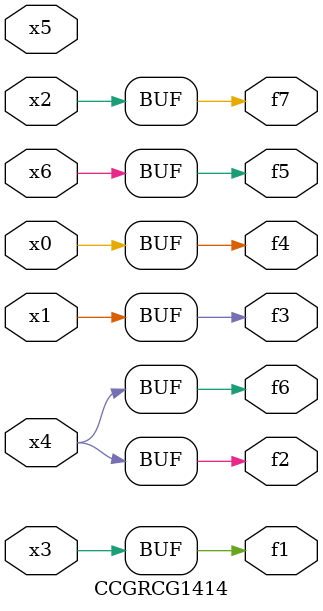
<source format=v>
module CCGRCG1414(
	input x0, x1, x2, x3, x4, x5, x6,
	output f1, f2, f3, f4, f5, f6, f7
);
	assign f1 = x3;
	assign f2 = x4;
	assign f3 = x1;
	assign f4 = x0;
	assign f5 = x6;
	assign f6 = x4;
	assign f7 = x2;
endmodule

</source>
